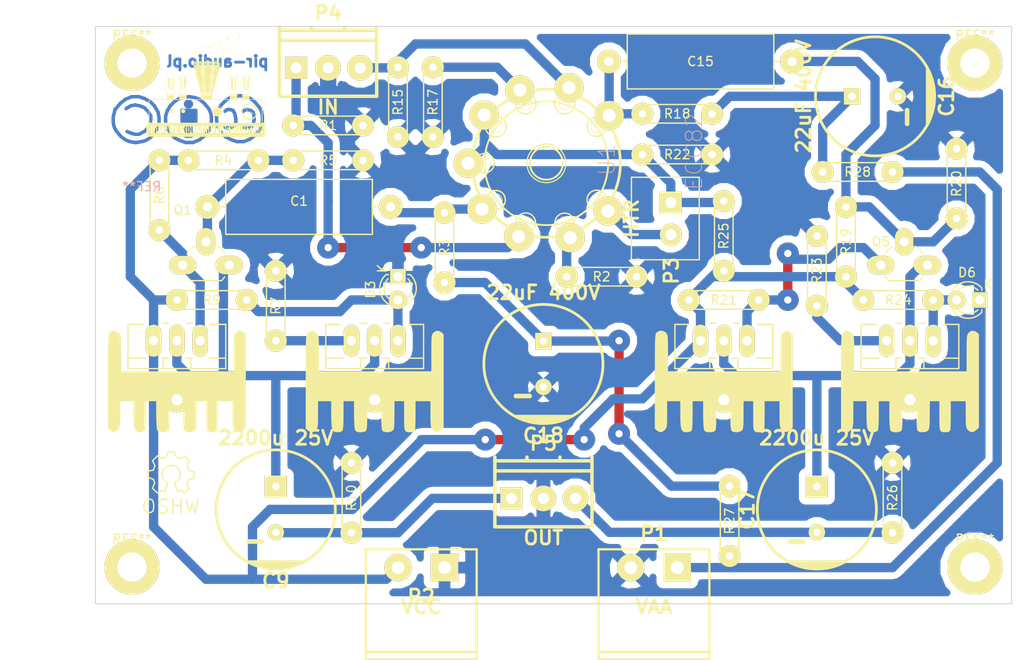
<source format=kicad_pcb>
(kicad_pcb (version 4) (host pcbnew "(2014-08-05 BZR 5054)-product")
  (title_block (title "Simple hybrid headphone amplifier") (date "nie, 21 sie 2016,") (rev 1.0) (company pir-audio.pl) (comment 1 https://creativecommons.org/licenses/by-sa/4.0/) (comment 2 "licensed under CC BY SA 4.0 International") (comment 3 "(C) PIR Engineering Łukasz Juszkiewicz"))
  (layers (0 F.Cu signal) (31 B.Cu signal) (34 B.Paste user) (35 F.Paste user) (36 B.SilkS user) (37 F.SilkS user) (38 B.Mask user) (39 F.Mask user) (44 Edge.Cuts user))
  (net 0 "")
  (net 1 "Net-(C1-Pad1)")
  (net 2 "Net-(C1-Pad2)")
  (net 3 GND)
  (net 4 "Net-(C9-Pad1)")
  (net 5 /OUTL)
  (net 6 VCC)
  (net 7 "Net-(C15-Pad1)")
  (net 8 "Net-(C15-Pad2)")
  (net 9 VAA)
  (net 10 "Net-(C17-Pad1)")
  (net 11 /OUTR)
  (net 12 "Net-(D3-Pad1)")
  (net 13 "Net-(D6-Pad1)")
  (net 14 "Net-(P3-Pad1)")
  (net 15 "Net-(P3-Pad2)")
  (net 16 /INL)
  (net 17 /INR)
  (net 18 "Net-(Q1-Pad1)")
  (net 19 "Net-(Q3-Pad3)")
  (net 20 "Net-(Q5-Pad1)")
  (net 21 "Net-(Q7-Pad3)")
  (net 22 "Net-(R2-Pad1)")
  (net 23 "Net-(R17-Pad1)")
  (net 24 "Net-(C16-Pad1)")
  (net 25 "Net-(C18-Pad1)")
  (module Caps:CP_12.5x25mm (layer F.Cu) (at 59.69 92.71 180)
    (fp_text reference C9 (at 0 -7.8 180) (layer F.SilkS) (effects (font (thickness 0.3048))))
    (fp_text value "2200u 25V" (at 0 7.8 180) (layer F.SilkS) (effects (font (thickness 0.3048))))
    (pad 1 thru_hole rect (at 0 2.5 180) (size 2.4 2.4) (drill 0.8) (layers *.Cu *.Mask F.SilkS) (net 4 "Net-(C9-Pad1)"))
    (pad 2 thru_hole circle (at 0 -2.5 180) (size 1.8 1.8) (drill 0.8) (layers *.Cu *.Mask F.SilkS) (net 5 /OUTL))
  )
  (module Caps:CP_12.5x25mm (layer F.Cu) (at 118.745 92.71 180)
    (fp_text reference C17 (at 7.62 0 270) (layer F.SilkS) (effects (font (thickness 0.3048))))
    (fp_text value "2200u 25V" (at 0 7.8 180) (layer F.SilkS) (effects (font (thickness 0.3048))))
    (pad 1 thru_hole rect (at 0 2.5 180) (size 2.4 2.4) (drill 0.8) (layers *.Cu *.Mask F.SilkS) (net 10 "Net-(C17-Pad1)"))
    (pad 2 thru_hole circle (at 0 -2.5 180) (size 1.8 1.8) (drill 0.8) (layers *.Cu *.Mask F.SilkS) (net 11 /OUTR))
  )
  (module moje:LED-3MM (layer F.Cu) (at 73.025 67.31 270)
    (fp_text reference D3 (at 1.4 3 270) (layer F.SilkS))
    (fp_text value LED)
    (fp_text user K (at -0.9 1.7 270) (layer F.SilkS))
    (pad 2 thru_hole rect (at 0 0) (size 1.69926 1.69926) (drill 1.00076) (layers *.Cu *.Mask F.SilkS) (net 3 GND))
    (pad 1 thru_hole circle (at 2.54 0 270) (size 1.99898 1.99898) (drill 1.00076) (layers *.Cu *.Mask F.SilkS) (net 12 "Net-(D3-Pad1)"))
  )
  (module moje:LED-3MM (layer F.Cu) (at 136.525 69.85 180)
    (fp_text reference D6 (at 1.4 3 180) (layer F.SilkS))
    (fp_text value LED)
    (fp_text user K (at -0.9 1.7 180) (layer F.SilkS))
    (pad 2 thru_hole rect (at 0 0 270) (size 1.69926 1.69926) (drill 1.00076) (layers *.Cu *.Mask F.SilkS) (net 3 GND))
    (pad 1 thru_hole circle (at 2.54 0 180) (size 1.99898 1.99898) (drill 1.00076) (layers *.Cu *.Mask F.SilkS) (net 13 "Net-(D6-Pad1)"))
  )
  (module CONN_SCREW:mstba_2,5%2f2-g-5,08 (layer F.Cu) (at 100.965 99.06 180)
    (fp_text reference P1 (at 0 3.74904 180) (layer F.SilkS) (effects (font (thickness 0.3048))))
    (fp_text value VAA (at 0 -4.24942 180) (layer F.SilkS) (effects (font (thickness 0.3048))))
    (pad 1 thru_hole rect (at -2.54 0 180) (size 2.99974 2.99974) (drill 1.39954) (layers *.Cu *.Mask F.SilkS) (net 9 VAA))
    (pad 2 thru_hole circle (at 2.54 0 180) (size 2.99974 2.99974) (drill 1.39954) (layers *.Cu *.Mask F.SilkS) (net 3 GND))
  )
  (module CONN_SCREW:mstba_2,5%2f2-g-5,08 (layer F.Cu) (at 75.565 99.06 180)
    (fp_text reference P2 (at 0 -3.175 180) (layer F.SilkS) (effects (font (thickness 0.3048))))
    (fp_text value VCC (at 0 -4.24942 180) (layer F.SilkS) (effects (font (thickness 0.3048))))
    (pad 1 thru_hole rect (at -2.54 0 180) (size 2.99974 2.99974) (drill 1.39954) (layers *.Cu *.Mask F.SilkS) (net 3 GND))
    (pad 2 thru_hole circle (at 2.54 0 180) (size 2.99974 2.99974) (drill 1.39954) (layers *.Cu *.Mask F.SilkS) (net 6 VCC))
  )
  (module conn_3.5mm:pt_1,5-3-3,5-h (layer F.Cu) (at 65.405 43.815 180)
    (fp_text reference P4 (at 0 5.3 180) (layer F.SilkS) (effects (font (size 1.5 1.5) (thickness 0.3))))
    (fp_text value IN (at 0 -5 180) (layer F.SilkS) (effects (font (size 1.5 1.5) (thickness 0.3))))
    (pad 2 thru_hole circle (at 0 -0.7 180) (size 2.8 2.8) (drill 1.2) (layers *.Cu *.Mask F.SilkS) (net 3 GND))
    (pad 1 thru_hole rect (at 3.5 -0.7 180) (size 2.4 2.4) (drill 1.2) (layers *.Cu *.Mask F.SilkS) (net 16 /INL))
    (pad 3 thru_hole circle (at -3.5 -0.7 180) (size 2.8 2.8) (drill 1.2) (layers *.Cu *.Mask F.SilkS) (net 17 /INR))
  )
  (module conn_3.5mm:pt_1,5-3-3,5-h (layer F.Cu) (at 88.9 90.805 180)
    (fp_text reference P5 (at 0 5.3 180) (layer F.SilkS) (effects (font (size 1.5 1.5) (thickness 0.3))))
    (fp_text value OUT (at 0 -5 180) (layer F.SilkS) (effects (font (size 1.5 1.5) (thickness 0.3))))
    (pad 2 thru_hole circle (at 0 -0.7 180) (size 2.8 2.8) (drill 1.2) (layers *.Cu *.Mask F.SilkS) (net 3 GND))
    (pad 1 thru_hole rect (at 3.5 -0.7 180) (size 2.4 2.4) (drill 1.2) (layers *.Cu *.Mask F.SilkS) (net 5 /OUTL))
    (pad 3 thru_hole circle (at -3.5 -0.7 180) (size 2.8 2.8) (drill 1.2) (layers *.Cu *.Mask F.SilkS) (net 11 /OUTR))
  )
  (module Housings_TO-92:TO-92_Rugged (layer F.Cu) (at 49.53 66.04)
    (fp_text reference Q1 (at 0 -6) (layer F.SilkS))
    (fp_text value 2SK170)
    (pad 2 thru_hole oval (at 2.54 -2.54 90) (size 2.99974 1.99898) (drill 1) (layers *.Cu *.Mask F.SilkS) (net 1 "Net-(C1-Pad1)"))
    (pad 1 thru_hole oval (at 0 0 90) (size 1.99898 2.99974) (drill 1) (layers *.Cu *.Mask F.SilkS) (net 18 "Net-(Q1-Pad1)"))
    (pad 3 thru_hole oval (at 5.08 0 90) (size 1.99898 2.99974) (drill 1) (layers *.Cu *.Mask F.SilkS) (net 4 "Net-(C9-Pad1)"))
  )
  (module Transistors_TO-220:TO-220_Neutral123_Vertical_LargePads (layer F.Cu) (at 48.895 74.295 180)
    (fp_text reference Q2 (at 0 -5.08 180) (layer F.SilkS))
    (fp_text value 2SA1837)
    (pad 2 thru_hole oval (at 0 0 270) (size 3.50012 1.69926) (drill 1.00076) (layers *.Cu *.Mask F.SilkS) (net 4 "Net-(C9-Pad1)"))
    (pad 1 thru_hole oval (at -2.54 0 270) (size 3.50012 1.69926) (drill 1.00076) (layers *.Cu *.Mask F.SilkS) (net 18 "Net-(Q1-Pad1)"))
    (pad 3 thru_hole oval (at 2.54 0 270) (size 3.50012 1.69926) (drill 1.00076) (layers *.Cu *.Mask F.SilkS) (net 6 VCC))
  )
  (module Transistors_TO-220:TO-220_Neutral123_Vertical_LargePads (layer F.Cu) (at 70.485 74.295 180)
    (fp_text reference Q3 (at 0 -5.08 180) (layer F.SilkS))
    (fp_text value 2SC4793)
    (pad 2 thru_hole oval (at 0 0 270) (size 3.50012 1.69926) (drill 1.00076) (layers *.Cu *.Mask F.SilkS) (net 4 "Net-(C9-Pad1)"))
    (pad 1 thru_hole oval (at -2.54 0 270) (size 3.50012 1.69926) (drill 1.00076) (layers *.Cu *.Mask F.SilkS) (net 12 "Net-(D3-Pad1)"))
    (pad 3 thru_hole oval (at 2.54 0 270) (size 3.50012 1.69926) (drill 1.00076) (layers *.Cu *.Mask F.SilkS) (net 19 "Net-(Q3-Pad3)"))
  )
  (module Housings_TO-92:TO-92_Rugged (layer F.Cu) (at 125.73 66.04)
    (fp_text reference Q5 (at 0 -2.54) (layer F.SilkS))
    (fp_text value 2SK170)
    (pad 2 thru_hole oval (at 2.54 -2.54 90) (size 2.99974 1.99898) (drill 1) (layers *.Cu *.Mask F.SilkS) (net 7 "Net-(C15-Pad1)"))
    (pad 1 thru_hole oval (at 0 0 90) (size 1.99898 2.99974) (drill 1) (layers *.Cu *.Mask F.SilkS) (net 20 "Net-(Q5-Pad1)"))
    (pad 3 thru_hole oval (at 5.08 0 90) (size 1.99898 2.99974) (drill 1) (layers *.Cu *.Mask F.SilkS) (net 10 "Net-(C17-Pad1)"))
  )
  (module Transistors_TO-220:TO-220_Neutral123_Vertical_LargePads (layer F.Cu) (at 108.585 74.295 180)
    (fp_text reference Q6 (at 0 -5.08 180) (layer F.SilkS))
    (fp_text value 2SA1837)
    (pad 2 thru_hole oval (at 0 0 270) (size 3.50012 1.69926) (drill 1.00076) (layers *.Cu *.Mask F.SilkS) (net 10 "Net-(C17-Pad1)"))
    (pad 1 thru_hole oval (at -2.54 0 270) (size 3.50012 1.69926) (drill 1.00076) (layers *.Cu *.Mask F.SilkS) (net 20 "Net-(Q5-Pad1)"))
    (pad 3 thru_hole oval (at 2.54 0 270) (size 3.50012 1.69926) (drill 1.00076) (layers *.Cu *.Mask F.SilkS) (net 6 VCC))
  )
  (module Transistors_TO-220:TO-220_Neutral123_Vertical_LargePads (layer F.Cu) (at 128.905 74.295 180)
    (fp_text reference Q7 (at 0 -5.08 180) (layer F.SilkS))
    (fp_text value 2SC4793)
    (pad 2 thru_hole oval (at 0 0 270) (size 3.50012 1.69926) (drill 1.00076) (layers *.Cu *.Mask F.SilkS) (net 10 "Net-(C17-Pad1)"))
    (pad 1 thru_hole oval (at -2.54 0 270) (size 3.50012 1.69926) (drill 1.00076) (layers *.Cu *.Mask F.SilkS) (net 13 "Net-(D6-Pad1)"))
    (pad 3 thru_hole oval (at 2.54 0 270) (size 3.50012 1.69926) (drill 1.00076) (layers *.Cu *.Mask F.SilkS) (net 21 "Net-(Q7-Pad3)"))
  )
  (module Discret:R3-LARGE_PADS (layer F.Cu) (at 65.405 50.8)
    (fp_text reference R1 (at 0 0) (layer F.SilkS))
    (fp_text value 470k)
    (pad 1 thru_hole circle (at -3.81 0) (size 2.4 2.4) (drill 0.8128) (layers *.Cu *.Mask F.SilkS) (net 16 /INL))
    (pad 2 thru_hole circle (at 3.81 0) (size 2.4 2.4) (drill 0.8128) (layers *.Cu *.Mask F.SilkS) (net 3 GND))
  )
  (module Discret:R3-LARGE_PADS (layer F.Cu) (at 95.25 67.31)
    (fp_text reference R2 (at 0 0) (layer F.SilkS))
    (fp_text value 3k)
    (pad 1 thru_hole circle (at -3.81 0) (size 2.4 2.4) (drill 0.8128) (layers *.Cu *.Mask F.SilkS) (net 22 "Net-(R2-Pad1)"))
    (pad 2 thru_hole circle (at 3.81 0) (size 2.4 2.4) (drill 0.8128) (layers *.Cu *.Mask F.SilkS) (net 3 GND))
  )
  (module Discret:R3-LARGE_PADS (layer F.Cu) (at 78.105 64.135 90)
    (fp_text reference R3 (at 0 0 90) (layer F.SilkS))
    (fp_text value 47k)
    (pad 1 thru_hole circle (at -3.81 0 90) (size 2.4 2.4) (drill 0.8128) (layers *.Cu *.Mask F.SilkS) (net 25 "Net-(C18-Pad1)"))
    (pad 2 thru_hole circle (at 3.81 0 90) (size 2.4 2.4) (drill 0.8128) (layers *.Cu *.Mask F.SilkS) (net 2 "Net-(C1-Pad2)"))
  )
  (module Discret:R3-LARGE_PADS (layer F.Cu) (at 53.975 54.61)
    (fp_text reference R4 (at 0 0) (layer F.SilkS))
    (fp_text value 1M)
    (pad 1 thru_hole circle (at -3.81 0) (size 2.4 2.4) (drill 0.8128) (layers *.Cu *.Mask F.SilkS) (net 6 VCC))
    (pad 2 thru_hole circle (at 3.81 0) (size 2.4 2.4) (drill 0.8128) (layers *.Cu *.Mask F.SilkS) (net 1 "Net-(C1-Pad1)"))
  )
  (module Discret:R3-LARGE_PADS (layer F.Cu) (at 65.405 54.61)
    (fp_text reference R5 (at 0 0) (layer F.SilkS))
    (fp_text value 1M)
    (pad 1 thru_hole circle (at -3.81 0) (size 2.4 2.4) (drill 0.8128) (layers *.Cu *.Mask F.SilkS) (net 1 "Net-(C1-Pad1)"))
    (pad 2 thru_hole circle (at 3.81 0) (size 2.4 2.4) (drill 0.8128) (layers *.Cu *.Mask F.SilkS) (net 3 GND))
  )
  (module Discret:R3-LARGE_PADS (layer F.Cu) (at 46.99 58.42 270)
    (fp_text reference R6 (at 0 0 270) (layer F.SilkS))
    (fp_text value 130R)
    (pad 1 thru_hole circle (at -3.81 0 270) (size 2.4 2.4) (drill 0.8128) (layers *.Cu *.Mask F.SilkS) (net 6 VCC))
    (pad 2 thru_hole circle (at 3.81 0 270) (size 2.4 2.4) (drill 0.8128) (layers *.Cu *.Mask F.SilkS) (net 18 "Net-(Q1-Pad1)"))
  )
  (module Discret:R3-LARGE_PADS (layer F.Cu) (at 59.69 70.485 90)
    (fp_text reference R7 (at 0 0 90) (layer F.SilkS))
    (fp_text value 10R)
    (pad 1 thru_hole circle (at -3.81 0 90) (size 2.4 2.4) (drill 0.8128) (layers *.Cu *.Mask F.SilkS) (net 19 "Net-(Q3-Pad3)"))
    (pad 2 thru_hole circle (at 3.81 0 90) (size 2.4 2.4) (drill 0.8128) (layers *.Cu *.Mask F.SilkS) (net 3 GND))
  )
  (module Discret:R3-LARGE_PADS (layer F.Cu) (at 52.705 69.85)
    (fp_text reference R9 (at 0 0) (layer F.SilkS))
    (fp_text value 3k)
    (pad 1 thru_hole circle (at -3.81 0) (size 2.4 2.4) (drill 0.8128) (layers *.Cu *.Mask F.SilkS) (net 6 VCC))
    (pad 2 thru_hole circle (at 3.81 0) (size 2.4 2.4) (drill 0.8128) (layers *.Cu *.Mask F.SilkS) (net 12 "Net-(D3-Pad1)"))
  )
  (module Discret:R3-LARGE_PADS (layer F.Cu) (at 67.945 91.44 90)
    (fp_text reference R10 (at 0 0 90) (layer F.SilkS))
    (fp_text value 1k)
    (pad 1 thru_hole circle (at -3.81 0 90) (size 2.4 2.4) (drill 0.8128) (layers *.Cu *.Mask F.SilkS) (net 5 /OUTL))
    (pad 2 thru_hole circle (at 3.81 0 90) (size 2.4 2.4) (drill 0.8128) (layers *.Cu *.Mask F.SilkS) (net 3 GND))
  )
  (module Discret:R3-LARGE_PADS (layer F.Cu) (at 73.025 48.26 270)
    (fp_text reference R15 (at 0 0 270) (layer F.SilkS))
    (fp_text value 470k)
    (pad 1 thru_hole circle (at -3.81 0 270) (size 2.4 2.4) (drill 0.8128) (layers *.Cu *.Mask F.SilkS) (net 17 /INR))
    (pad 2 thru_hole circle (at 3.81 0 270) (size 2.4 2.4) (drill 0.8128) (layers *.Cu *.Mask F.SilkS) (net 3 GND))
  )
  (module Discret:R3-LARGE_PADS (layer F.Cu) (at 76.835 48.26 270)
    (fp_text reference R17 (at 0 0 270) (layer F.SilkS))
    (fp_text value 3k)
    (pad 1 thru_hole circle (at -3.81 0 270) (size 2.4 2.4) (drill 0.8128) (layers *.Cu *.Mask F.SilkS) (net 23 "Net-(R17-Pad1)"))
    (pad 2 thru_hole circle (at 3.81 0 270) (size 2.4 2.4) (drill 0.8128) (layers *.Cu *.Mask F.SilkS) (net 3 GND))
  )
  (module Discret:R3-LARGE_PADS (layer F.Cu) (at 103.505 49.53 180)
    (fp_text reference R18 (at 0 0 180) (layer F.SilkS))
    (fp_text value 47k)
    (pad 1 thru_hole circle (at -3.81 0 180) (size 2.4 2.4) (drill 0.8128) (layers *.Cu *.Mask F.SilkS) (net 24 "Net-(C16-Pad1)"))
    (pad 2 thru_hole circle (at 3.81 0 180) (size 2.4 2.4) (drill 0.8128) (layers *.Cu *.Mask F.SilkS) (net 8 "Net-(C15-Pad2)"))
  )
  (module Discret:R3-LARGE_PADS (layer F.Cu) (at 121.92 63.5 90)
    (fp_text reference R19 (at 0 0 90) (layer F.SilkS))
    (fp_text value 1M)
    (pad 1 thru_hole circle (at -3.81 0 90) (size 2.4 2.4) (drill 0.8128) (layers *.Cu *.Mask F.SilkS) (net 6 VCC))
    (pad 2 thru_hole circle (at 3.81 0 90) (size 2.4 2.4) (drill 0.8128) (layers *.Cu *.Mask F.SilkS) (net 7 "Net-(C15-Pad1)"))
  )
  (module Discret:R3-LARGE_PADS (layer F.Cu) (at 133.985 57.15 90)
    (fp_text reference R20 (at 0 0 90) (layer F.SilkS))
    (fp_text value 1M)
    (pad 1 thru_hole circle (at -3.81 0 90) (size 2.4 2.4) (drill 0.8128) (layers *.Cu *.Mask F.SilkS) (net 7 "Net-(C15-Pad1)"))
    (pad 2 thru_hole circle (at 3.81 0 90) (size 2.4 2.4) (drill 0.8128) (layers *.Cu *.Mask F.SilkS) (net 3 GND))
  )
  (module Discret:R3-LARGE_PADS (layer F.Cu) (at 108.585 69.85)
    (fp_text reference R21 (at 0 0) (layer F.SilkS))
    (fp_text value 130R)
    (pad 1 thru_hole circle (at -3.81 0) (size 2.4 2.4) (drill 0.8128) (layers *.Cu *.Mask F.SilkS) (net 6 VCC))
    (pad 2 thru_hole circle (at 3.81 0) (size 2.4 2.4) (drill 0.8128) (layers *.Cu *.Mask F.SilkS) (net 20 "Net-(Q5-Pad1)"))
  )
  (module Discret:R3-LARGE_PADS (layer F.Cu) (at 103.505 53.975 180)
    (fp_text reference R22 (at 0 0 180) (layer F.SilkS))
    (fp_text value 10k)
    (pad 1 thru_hole circle (at -3.81 0 180) (size 2.4 2.4) (drill 0.8128) (layers *.Cu *.Mask F.SilkS) (net 3 GND))
    (pad 2 thru_hole circle (at 3.81 0 180) (size 2.4 2.4) (drill 0.8128) (layers *.Cu *.Mask F.SilkS) (net 14 "Net-(P3-Pad1)"))
  )
  (module Discret:R3-LARGE_PADS (layer F.Cu) (at 118.745 66.675 90)
    (fp_text reference R23 (at 0 0 90) (layer F.SilkS))
    (fp_text value 10R)
    (pad 1 thru_hole circle (at -3.81 0 90) (size 2.4 2.4) (drill 0.8128) (layers *.Cu *.Mask F.SilkS) (net 21 "Net-(Q7-Pad3)"))
    (pad 2 thru_hole circle (at 3.81 0 90) (size 2.4 2.4) (drill 0.8128) (layers *.Cu *.Mask F.SilkS) (net 3 GND))
  )
  (module Discret:R3-LARGE_PADS (layer F.Cu) (at 127.635 69.85)
    (fp_text reference R24 (at 0 0) (layer F.SilkS))
    (fp_text value 3k)
    (pad 1 thru_hole circle (at -3.81 0) (size 2.4 2.4) (drill 0.8128) (layers *.Cu *.Mask F.SilkS) (net 6 VCC))
    (pad 2 thru_hole circle (at 3.81 0) (size 2.4 2.4) (drill 0.8128) (layers *.Cu *.Mask F.SilkS) (net 13 "Net-(D6-Pad1)"))
  )
  (module Discret:R3-LARGE_PADS (layer F.Cu) (at 108.585 62.865 270)
    (fp_text reference R25 (at 0 0 270) (layer F.SilkS))
    (fp_text value 10k)
    (pad 1 thru_hole circle (at -3.81 0 270) (size 2.4 2.4) (drill 0.8128) (layers *.Cu *.Mask F.SilkS) (net 14 "Net-(P3-Pad1)"))
    (pad 2 thru_hole circle (at 3.81 0 270) (size 2.4 2.4) (drill 0.8128) (layers *.Cu *.Mask F.SilkS) (net 6 VCC))
  )
  (module Discret:R3-LARGE_PADS (layer F.Cu) (at 127 91.44 90)
    (fp_text reference R26 (at 0 0 90) (layer F.SilkS))
    (fp_text value 1k)
    (pad 1 thru_hole circle (at -3.81 0 90) (size 2.4 2.4) (drill 0.8128) (layers *.Cu *.Mask F.SilkS) (net 11 /OUTR))
    (pad 2 thru_hole circle (at 3.81 0 90) (size 2.4 2.4) (drill 0.8128) (layers *.Cu *.Mask F.SilkS) (net 3 GND))
  )
  (module moje:NOVAL (layer F.Cu) (at 89.2175 54.9275 90)
    (fp_text reference U1 (at 0.375 6.595 90) (layer B.SilkS) (effects (font (size 1.778 1.778) (thickness 0.0889))))
    (fp_text value ECC82 (at 1.27 16.129 90) (layer B.SilkS) (effects (font (size 1.778 1.778) (thickness 0.0889))))
    (pad 1 thru_hole circle (at 5.207 6.858 90) (size 3.2 3.2) (drill 1.4224) (layers *.Cu F.Paste F.SilkS F.Mask) (net 8 "Net-(C15-Pad2)"))
    (pad 2 thru_hole circle (at 8.25246 2.48158 90) (size 3.2 3.2) (drill 1.4224) (layers *.Cu F.Paste F.SilkS F.Mask) (net 17 /INR))
    (pad 3 thru_hole circle (at 8.00354 -2.89052 90) (size 3.2 3.2) (drill 1.4224) (layers *.Cu F.Paste F.SilkS F.Mask) (net 23 "Net-(R17-Pad1)"))
    (pad 4 thru_hole circle (at 5.2578 -6.7691 90) (size 3.2 3.2) (drill 1.4224) (layers *.Cu F.Paste F.SilkS F.Mask) (net 14 "Net-(P3-Pad1)"))
    (pad 5 thru_hole circle (at 0 -8.5217 90) (size 3.2 3.2) (drill 1.4224) (layers *.Cu F.Paste F.SilkS F.Mask) (net 14 "Net-(P3-Pad1)"))
    (pad 6 thru_hole circle (at -5.0038 -7.0231 90) (size 3.2 3.2) (drill 1.4224) (layers *.Cu F.Paste F.SilkS F.Mask) (net 2 "Net-(C1-Pad2)"))
    (pad 7 thru_hole circle (at -8.00354 -3.01752 90) (size 3.2 3.2) (drill 1.4224) (layers *.Cu F.Paste F.SilkS F.Mask) (net 16 /INL))
    (pad 8 thru_hole circle (at -8.12546 2.60858 90) (size 3.2 3.2) (drill 1.4224) (layers *.Cu F.Paste F.SilkS F.Mask) (net 22 "Net-(R2-Pad1)"))
    (pad 9 thru_hole circle (at -5.207 6.731 90) (size 3.2 3.2) (drill 1.4224) (layers *.Cu F.Paste F.SilkS F.Mask) (net 15 "Net-(P3-Pad2)"))
  )
  (module Choke_Axial_ThroughHole:Choke_Horizontal_RM20mm (layer F.Cu) (at 62.23 59.69)
    (fp_text reference C1 (at 0 -0.635) (layer F.SilkS))
    (fp_text value 100n)
    (pad 1 thru_hole circle (at -9.99998 0) (size 2.6 2.6) (drill 1.00076) (layers *.Cu *.Mask F.SilkS) (net 1 "Net-(C1-Pad1)"))
    (pad 2 thru_hole circle (at 9.99998 0) (size 2.6 2.6) (drill 1.00076) (layers *.Cu *.Mask F.SilkS) (net 2 "Net-(C1-Pad2)"))
  )
  (module Choke_Axial_ThroughHole:Choke_Horizontal_RM20mm (layer F.Cu) (at 106.045 43.815 180)
    (fp_text reference C15 (at 0 0 180) (layer F.SilkS))
    (fp_text value 100n)
    (pad 1 thru_hole circle (at -9.99998 0 180) (size 2.6 2.6) (drill 1.00076) (layers *.Cu *.Mask F.SilkS) (net 7 "Net-(C15-Pad1)"))
    (pad 2 thru_hole circle (at 9.99998 0 180) (size 2.6 2.6) (drill 1.00076) (layers *.Cu *.Mask F.SilkS) (net 8 "Net-(C15-Pad2)"))
  )
  (module Discret:R3-LARGE_PADS (layer F.Cu) (at 109.22 93.98 90)
    (fp_text reference R27 (at 0 0 90) (layer F.SilkS))
    (fp_text value 3k)
    (pad 1 thru_hole circle (at -3.81 0 90) (size 2.4 2.4) (drill 0.8128) (layers *.Cu *.Mask F.SilkS) (net 9 VAA))
    (pad 2 thru_hole circle (at 3.81 0 90) (size 2.4 2.4) (drill 0.8128) (layers *.Cu *.Mask F.SilkS) (net 25 "Net-(C18-Pad1)"))
  )
  (module Discret:R3-LARGE_PADS (layer F.Cu) (at 123.19 55.88 180)
    (fp_text reference R28 (at 0 0 180) (layer F.SilkS))
    (fp_text value 3k)
    (pad 1 thru_hole circle (at -3.81 0 180) (size 2.4 2.4) (drill 0.8128) (layers *.Cu *.Mask F.SilkS) (net 9 VAA))
    (pad 2 thru_hole circle (at 3.81 0 180) (size 2.4 2.4) (drill 0.8128) (layers *.Cu *.Mask F.SilkS) (net 24 "Net-(C16-Pad1)"))
  )
  (module moje:pt_1,5-2-3,5-v (layer F.Cu) (at 103.505 60.96 90)
    (fp_text reference P3 (at -5.715 -0.635 90) (layer F.SilkS) (effects (font (size 1.5 1.5) (thickness 0.3))))
    (fp_text value HTR (at 0 -5 90) (layer F.SilkS) (effects (font (size 1.5 1.5) (thickness 0.3))))
    (pad 2 thru_hole circle (at -1.75 -0.7 90) (size 2.4 2.4) (drill 1.2) (layers *.Cu *.Mask F.SilkS) (net 15 "Net-(P3-Pad2)"))
    (pad 1 thru_hole rect (at 1.75 -0.7 90) (size 2.4 2.4) (drill 1.2) (layers *.Cu *.Mask F.SilkS) (net 14 "Net-(P3-Pad1)"))
  )
  (module Caps:CP_12.5x20mm (layer F.Cu) (at 125.095 47.625 270)
    (fp_text reference C16 (at 0 -7.8 270) (layer F.SilkS) (effects (font (thickness 0.3048))))
    (fp_text value "22uF 400V" (at 0 7.8 270) (layer F.SilkS) (effects (font (thickness 0.3048))))
    (pad 1 thru_hole rect (at 0 2.5 270) (size 1.8 1.8) (drill 0.8) (layers *.Cu *.Mask F.SilkS) (net 24 "Net-(C16-Pad1)"))
    (pad 2 thru_hole circle (at 0 -2.5 270) (size 1.8 1.8) (drill 0.8) (layers *.Cu *.Mask F.SilkS) (net 3 GND))
  )
  (module Caps:CP_12.5x20mm (layer F.Cu) (at 88.9 76.835 180)
    (fp_text reference C18 (at 0 -7.8 180) (layer F.SilkS) (effects (font (thickness 0.3048))))
    (fp_text value "22uF 400V" (at 0 7.8 180) (layer F.SilkS) (effects (font (thickness 0.3048))))
    (pad 1 thru_hole rect (at 0 2.5 180) (size 1.8 1.8) (drill 0.8) (layers *.Cu *.Mask F.SilkS) (net 25 "Net-(C18-Pad1)"))
    (pad 2 thru_hole circle (at 0 -2.5 180) (size 1.8 1.8) (drill 0.8) (layers *.Cu *.Mask F.SilkS) (net 3 GND))
  )
  (module moje:dycn (layer F.Cu) (at 108.585 78.74 180)
    (fp_text reference HS1 hide)
    (fp_text value DY-CN hide)
    (pad 1 thru_hole circle (at 0 -2 180) (size 2.8 2.8) (drill 1.2) (layers *.Cu *.Mask F.SilkS))
  )
  (module moje:dycn (layer F.Cu) (at 128.905 78.74 180)
    (fp_text reference HS2 hide)
    (fp_text value DY-CN hide)
    (pad 1 thru_hole circle (at 0 -2 180) (size 2.8 2.8) (drill 1.2) (layers *.Cu *.Mask F.SilkS))
  )
  (module moje:dycn (layer F.Cu) (at 48.895 78.74 180)
    (fp_text reference HS5 hide)
    (fp_text value DY-CN hide)
    (pad 1 thru_hole circle (at 0 -2 180) (size 2.8 2.8) (drill 1.2) (layers *.Cu *.Mask F.SilkS))
  )
  (module moje:dycn (layer F.Cu) (at 70.485 78.74 180)
    (fp_text reference HS6 hide)
    (fp_text value DY-CN hide)
    (pad 1 thru_hole circle (at 0 -2 180) (size 2.8 2.8) (drill 1.2) (layers *.Cu *.Mask F.SilkS))
  )
  (module Connect:1pin (layer F.Cu) (at 44 44)
    (fp_text reference REF** (at 0 -3.048) (layer F.SilkS))
    (fp_text value 1pin)
    (pad 1 thru_hole circle (at 0 0) (size 6 6) (drill 3.2) (layers *.Cu *.Mask F.SilkS))
  )
  (module Connect:1pin (layer F.Cu) (at 136 44)
    (fp_text reference REF** (at 0 -3.048) (layer F.SilkS))
    (fp_text value 1pin)
    (pad 1 thru_hole circle (at 0 0) (size 6 6) (drill 3.2) (layers *.Cu *.Mask F.SilkS))
  )
  (module Connect:1pin (layer F.Cu) (at 136 99)
    (fp_text reference REF** (at 0 -3.048) (layer F.SilkS))
    (fp_text value 1pin)
    (pad 1 thru_hole circle (at 0 0) (size 6 6) (drill 3.2) (layers *.Cu *.Mask F.SilkS))
  )
  (module Connect:1pin (layer F.Cu) (at 44 99)
    (fp_text reference REF** (at 0 -3.048) (layer F.SilkS))
    (fp_text value 1pin)
    (pad 1 thru_hole circle (at 0 0) (size 6 6) (drill 3.2) (layers *.Cu *.Mask F.SilkS))
  )
  (module Symbols:Symbol_CC-Attribution_CopperTop_Small (layer B.Cu) (at 50.165 50.165 180)
    (fp_text reference REF** hide)
    (fp_text value Symbol_CC-Attribution_CopperTop_Small)
    (fp_line (start 0 1.89992) (end 0 1.50114) (layer B.Cu) (width 0.381))
    (fp_line (start -0.70104 0.70104) (end 0.59944 0.70104) (layer B.Cu) (width 0.381))
    (fp_line (start 0.50038 0.39878) (end -0.70104 0.39878) (layer B.Cu) (width 0.381))
    (fp_line (start -0.8001 0.09906) (end 0.50038 0.09906) (layer B.Cu) (width 0.381))
    (fp_line (start 0 -0.29972) (end 0 -1.6002) (layer B.Cu) (width 0.381))
    (fp_line (start 0.09906 -1.80086) (end 0.29972 -1.80086) (layer B.Cu) (width 0.381))
    (fp_line (start 0.29972 -1.80086) (end 0.29972 -0.20066) (layer B.Cu) (width 0.381))
    (fp_line (start -0.29972 -0.29972) (end -0.29972 -1.80086) (layer B.Cu) (width 0.381))
    (fp_line (start -0.29972 -1.80086) (end 0.20066 -1.80086) (layer B.Cu) (width 0.381))
    (fp_line (start -0.8001 1.00076) (end 0.70104 1.00076) (layer B.Cu) (width 0.381))
    (fp_line (start 0.70104 1.00076) (end 0.70104 -0.20066) (layer B.Cu) (width 0.381))
    (fp_line (start 0.70104 -0.20066) (end -0.8001 -0.20066) (layer B.Cu) (width 0.381))
    (fp_line (start -0.8001 -0.20066) (end -0.8001 1.00076) (layer B.Cu) (width 0.381))
    (fp_circle (center 0 1.69926) (end 0.09906 1.39954) (layer B.Cu) (width 0.381))
    (fp_line (start 0 2.49936) (end -0.09906 2.49936) (layer B.Cu) (width 0.381))
    (fp_line (start -0.09906 2.49936) (end -0.70104 2.4003) (layer B.Cu) (width 0.381))
    (fp_line (start -0.70104 2.4003) (end -1.19888 2.19964) (layer B.Cu) (width 0.381))
    (fp_line (start -1.19888 2.19964) (end -1.69926 1.80086) (layer B.Cu) (width 0.381))
    (fp_line (start -1.69926 1.80086) (end -2.19964 1.19888) (layer B.Cu) (width 0.381))
    (fp_line (start -2.19964 1.19888) (end -2.4003 0.8001) (layer B.Cu) (width 0.381))
    (fp_line (start -2.4003 0.8001) (end -2.49936 0.29972) (layer B.Cu) (width 0.381))
    (fp_line (start -2.49936 0.29972) (end -2.49936 -0.29972) (layer B.Cu) (width 0.381))
    (fp_line (start -2.49936 -0.29972) (end -2.30124 -1.09982) (layer B.Cu) (width 0.381))
    (fp_line (start -2.30124 -1.09982) (end -1.69926 -1.80086) (layer B.Cu) (width 0.381))
    (fp_line (start -1.69926 -1.80086) (end -1.19888 -2.19964) (layer B.Cu) (width 0.381))
    (fp_line (start -1.19888 -2.19964) (end -0.50038 -2.49936) (layer B.Cu) (width 0.381))
    (fp_line (start -0.50038 -2.49936) (end 0.29972 -2.49936) (layer B.Cu) (width 0.381))
    (fp_line (start 0.29972 -2.49936) (end 0.89916 -2.30124) (layer B.Cu) (width 0.381))
    (fp_line (start 0.89916 -2.30124) (end 1.50114 -1.99898) (layer B.Cu) (width 0.381))
    (fp_line (start 1.50114 -1.99898) (end 1.99898 -1.50114) (layer B.Cu) (width 0.381))
    (fp_line (start 1.99898 -1.50114) (end 2.4003 -0.8001) (layer B.Cu) (width 0.381))
    (fp_line (start 2.4003 -0.8001) (end 2.49936 -0.20066) (layer B.Cu) (width 0.381))
    (fp_line (start 2.49936 -0.20066) (end 2.49936 0.39878) (layer B.Cu) (width 0.381))
    (fp_line (start 2.49936 0.39878) (end 2.30124 1.00076) (layer B.Cu) (width 0.381))
    (fp_line (start 2.30124 1.00076) (end 1.99898 1.50114) (layer B.Cu) (width 0.381))
    (fp_line (start 1.99898 1.50114) (end 1.50114 1.99898) (layer B.Cu) (width 0.381))
    (fp_line (start 1.50114 1.99898) (end 1.00076 2.30124) (layer B.Cu) (width 0.381))
    (fp_line (start 1.00076 2.30124) (end 0.59944 2.4003) (layer B.Cu) (width 0.381))
    (fp_line (start 0.59944 2.4003) (end 0 2.49936) (layer B.Cu) (width 0.381))
  )
  (module Symbols:Symbol_CreativeCommons_CopperTop_Type2_Small (layer B.Cu) (at 55.88 50.165 180)
    (fp_text reference REF** hide)
    (fp_text value Symbol_CreativeCommons_CopperTop_Type2_Small)
    (fp_line (start 1.7502 0.9001) (end 1.65114 0.99916) (layer B.Cu) (width 0.381))
    (fp_line (start 1.65114 0.99916) (end 1.45048 1.10076) (layer B.Cu) (width 0.381))
    (fp_line (start 1.45048 1.10076) (end 1.15076 1.10076) (layer B.Cu) (width 0.381))
    (fp_line (start 1.15076 1.10076) (end 0.85104 0.99916) (layer B.Cu) (width 0.381))
    (fp_line (start 0.85104 0.99916) (end 0.65038 0.60038) (layer B.Cu) (width 0.381))
    (fp_line (start 0.65038 0.60038) (end 0.54878 0.1) (layer B.Cu) (width 0.381))
    (fp_line (start 0.54878 0.1) (end 0.54878 -0.29878) (layer B.Cu) (width 0.381))
    (fp_line (start 0.54878 -0.29878) (end 0.74944 -0.7001) (layer B.Cu) (width 0.381))
    (fp_line (start 0.74944 -0.7001) (end 1.15076 -0.90076) (layer B.Cu) (width 0.381))
    (fp_line (start 1.15076 -0.90076) (end 1.34888 -0.90076) (layer B.Cu) (width 0.381))
    (fp_line (start 1.34888 -0.90076) (end 1.65114 -0.90076) (layer B.Cu) (width 0.381))
    (fp_line (start 1.65114 -0.90076) (end 1.7502 -0.7001) (layer B.Cu) (width 0.381))
    (fp_line (start -0.24878 0.9001) (end -0.35038 0.99916) (layer B.Cu) (width 0.381))
    (fp_line (start -0.35038 0.99916) (end -0.6501 1.10076) (layer B.Cu) (width 0.381))
    (fp_line (start -0.6501 1.10076) (end -1.04888 0.99916) (layer B.Cu) (width 0.381))
    (fp_line (start -1.04888 0.99916) (end -1.35114 0.80104) (layer B.Cu) (width 0.381))
    (fp_line (start -1.35114 0.80104) (end -1.4502 0.39972) (layer B.Cu) (width 0.381))
    (fp_line (start -1.4502 0.39972) (end -1.4502 0.00094) (layer B.Cu) (width 0.381))
    (fp_line (start -1.4502 0.00094) (end -1.35114 -0.49944) (layer B.Cu) (width 0.381))
    (fp_line (start -1.35114 -0.49944) (end -1.15048 -0.79916) (layer B.Cu) (width 0.381))
    (fp_line (start -1.15048 -0.79916) (end -0.85076 -0.90076) (layer B.Cu) (width 0.381))
    (fp_line (start -0.85076 -0.90076) (end -0.44944 -0.90076) (layer B.Cu) (width 0.381))
    (fp_line (start -0.44944 -0.90076) (end -0.24878 -0.7001) (layer B.Cu) (width 0.381))
    (fp_line (start 0.15 2.59936) (end 0.05094 2.59936) (layer B.Cu) (width 0.381))
    (fp_line (start 0.05094 2.59936) (end -0.55104 2.5003) (layer B.Cu) (width 0.381))
    (fp_line (start -0.55104 2.5003) (end -1.04888 2.29964) (layer B.Cu) (width 0.381))
    (fp_line (start -1.04888 2.29964) (end -1.54926 1.90086) (layer B.Cu) (width 0.381))
    (fp_line (start -1.54926 1.90086) (end -2.04964 1.29888) (layer B.Cu) (width 0.381))
    (fp_line (start -2.04964 1.29888) (end -2.2503 0.9001) (layer B.Cu) (width 0.381))
    (fp_line (start -2.2503 0.9001) (end -2.34936 0.39972) (layer B.Cu) (width 0.381))
    (fp_line (start -2.34936 0.39972) (end -2.34936 -0.19972) (layer B.Cu) (width 0.381))
    (fp_line (start -2.34936 -0.19972) (end -2.15124 -0.99982) (layer B.Cu) (width 0.381))
    (fp_line (start -2.15124 -0.99982) (end -1.54926 -1.70086) (layer B.Cu) (width 0.381))
    (fp_line (start -1.54926 -1.70086) (end -1.04888 -2.09964) (layer B.Cu) (width 0.381))
    (fp_line (start -1.04888 -2.09964) (end -0.35038 -2.39936) (layer B.Cu) (width 0.381))
    (fp_line (start -0.35038 -2.39936) (end 0.44972 -2.39936) (layer B.Cu) (width 0.381))
    (fp_line (start 0.44972 -2.39936) (end 1.04916 -2.20124) (layer B.Cu) (width 0.381))
    (fp_line (start 1.04916 -2.20124) (end 1.65114 -1.89898) (layer B.Cu) (width 0.381))
    (fp_line (start 1.65114 -1.89898) (end 2.14898 -1.40114) (layer B.Cu) (width 0.381))
    (fp_line (start 2.14898 -1.40114) (end 2.5503 -0.7001) (layer B.Cu) (width 0.381))
    (fp_line (start 2.5503 -0.7001) (end 2.64936 -0.10066) (layer B.Cu) (width 0.381))
    (fp_line (start 2.64936 -0.10066) (end 2.64936 0.49878) (layer B.Cu) (width 0.381))
    (fp_line (start 2.64936 0.49878) (end 2.45124 1.10076) (layer B.Cu) (width 0.381))
    (fp_line (start 2.45124 1.10076) (end 2.14898 1.60114) (layer B.Cu) (width 0.381))
    (fp_line (start 2.14898 1.60114) (end 1.65114 2.09898) (layer B.Cu) (width 0.381))
    (fp_line (start 1.65114 2.09898) (end 1.15076 2.40124) (layer B.Cu) (width 0.381))
    (fp_line (start 1.15076 2.40124) (end 0.74944 2.5003) (layer B.Cu) (width 0.381))
    (fp_line (start 0.74944 2.5003) (end 0.15 2.59936) (layer B.Cu) (width 0.381))
  )
  (module moje:PIRnew (layer F.Cu) (at 52.07 46.355)
    (fp_text reference G*** hide)
    (fp_text value LOGO hide)
  )
  (module Symbols:Symbol_OSHW-Logo_SilkScreen (layer F.Cu) (at 48.26 88.9)
    (fp_text reference REF** hide)
    (fp_text value Symbol_OSHW-Logo_SilkScreen)
  )
  (module Symbols:Symbol_CC-ShareAlike_CopperTop_Small (layer B.Cu) (at 44.45 50.165)
    (fp_text reference REF** (at 0.59944 7.29996) (layer B.SilkS) (effects (justify mirror)))
    (fp_text value Symbol_CC-ShareAlike_CopperTop_Small)
    (fp_line (start -1.09982 -1.19888) (end -0.59944 -1.50114) (layer B.Cu) (width 0.381))
    (fp_line (start -0.59944 -1.50114) (end -0.09906 -1.6002) (layer B.Cu) (width 0.381))
    (fp_line (start -0.09906 -1.6002) (end 0.39878 -1.50114) (layer B.Cu) (width 0.381))
    (fp_line (start 0.39878 -1.50114) (end 0.89916 -1.30048) (layer B.Cu) (width 0.381))
    (fp_line (start 0.89916 -1.30048) (end 1.30048 -0.89916) (layer B.Cu) (width 0.381))
    (fp_line (start 1.30048 -0.89916) (end 1.6002 -0.39878) (layer B.Cu) (width 0.381))
    (fp_line (start 1.6002 -0.39878) (end 1.6002 0) (layer B.Cu) (width 0.381))
    (fp_line (start 1.6002 0) (end 1.50114 0.50038) (layer B.Cu) (width 0.381))
    (fp_line (start 1.50114 0.50038) (end 1.19888 1.00076) (layer B.Cu) (width 0.381))
    (fp_line (start 1.19888 1.00076) (end 0.89916 1.30048) (layer B.Cu) (width 0.381))
    (fp_line (start 0.89916 1.30048) (end 0.29972 1.6002) (layer B.Cu) (width 0.381))
    (fp_line (start 0.29972 1.6002) (end -0.09906 1.6002) (layer B.Cu) (width 0.381))
    (fp_line (start -0.09906 1.6002) (end -0.50038 1.50114) (layer B.Cu) (width 0.381))
    (fp_line (start -0.50038 1.50114) (end -1.00076 1.30048) (layer B.Cu) (width 0.381))
    (fp_line (start 0 2.49936) (end -0.09906 2.49936) (layer B.Cu) (width 0.381))
    (fp_line (start -0.09906 2.49936) (end -0.70104 2.4003) (layer B.Cu) (width 0.381))
    (fp_line (start -0.70104 2.4003) (end -1.19888 2.19964) (layer B.Cu) (width 0.381))
    (fp_line (start -1.19888 2.19964) (end -1.69926 1.80086) (layer B.Cu) (width 0.381))
    (fp_line (start -1.69926 1.80086) (end -2.19964 1.19888) (layer B.Cu) (width 0.381))
    (fp_line (start -2.19964 1.19888) (end -2.4003 0.8001) (layer B.Cu) (width 0.381))
    (fp_line (start -2.4003 0.8001) (end -2.49936 0.29972) (layer B.Cu) (width 0.381))
    (fp_line (start -2.49936 0.29972) (end -2.49936 -0.29972) (layer B.Cu) (width 0.381))
    (fp_line (start -2.49936 -0.29972) (end -2.30124 -1.09982) (layer B.Cu) (width 0.381))
    (fp_line (start -2.30124 -1.09982) (end -1.69926 -1.80086) (layer B.Cu) (width 0.381))
    (fp_line (start -1.69926 -1.80086) (end -1.19888 -2.19964) (layer B.Cu) (width 0.381))
    (fp_line (start -1.19888 -2.19964) (end -0.50038 -2.49936) (layer B.Cu) (width 0.381))
    (fp_line (start -0.50038 -2.49936) (end 0.29972 -2.49936) (layer B.Cu) (width 0.381))
    (fp_line (start 0.29972 -2.49936) (end 0.89916 -2.30124) (layer B.Cu) (width 0.381))
    (fp_line (start 0.89916 -2.30124) (end 1.50114 -1.99898) (layer B.Cu) (width 0.381))
    (fp_line (start 1.50114 -1.99898) (end 1.99898 -1.50114) (layer B.Cu) (width 0.381))
    (fp_line (start 1.99898 -1.50114) (end 2.4003 -0.8001) (layer B.Cu) (width 0.381))
    (fp_line (start 2.4003 -0.8001) (end 2.49936 -0.20066) (layer B.Cu) (width 0.381))
    (fp_line (start 2.49936 -0.20066) (end 2.49936 0.39878) (layer B.Cu) (width 0.381))
    (fp_line (start 2.49936 0.39878) (end 2.30124 1.00076) (layer B.Cu) (width 0.381))
    (fp_line (start 2.30124 1.00076) (end 1.99898 1.50114) (layer B.Cu) (width 0.381))
    (fp_line (start 1.99898 1.50114) (end 1.50114 1.99898) (layer B.Cu) (width 0.381))
    (fp_line (start 1.50114 1.99898) (end 1.00076 2.30124) (layer B.Cu) (width 0.381))
    (fp_line (start 1.00076 2.30124) (end 0.59944 2.4003) (layer B.Cu) (width 0.381))
    (fp_line (start 0.59944 2.4003) (end 0 2.49936) (layer B.Cu) (width 0.381))
  )
  (gr_text pir-audio.pl (at 53.34 43.815) (layer B.Cu) (effects (font (size 1.2 1.2) (thickness 0.3)) (justify mirror)))
  (gr_line (start 40 103) (end 40 40) (angle 90) (layer Edge.Cuts) (width 0.1))
  (gr_line (start 140 103) (end 40 103) (angle 90) (layer Edge.Cuts) (width 0.1))
  (gr_line (start 140 40) (end 140 103) (angle 90) (layer Edge.Cuts) (width 0.1))
  (gr_line (start 40 40) (end 140 40) (angle 90) (layer Edge.Cuts) (width 0.1))
  (segment (start 57.785 54.61) (end 61.595 54.61) (width 1.016) (layer B.Cu) (net 1))
  (segment (start 52.23002 59.69) (end 52.23002 63.33998) (width 1.016) (layer B.Cu) (net 1))
  (segment (start 52.23002 63.33998) (end 52.07 63.5) (width 1.016) (layer B.Cu) (net 1))
  (segment (start 57.785 54.61) (end 57.31002 54.61) (width 1.016) (layer B.Cu) (net 1))
  (segment (start 57.31002 54.61) (end 52.23002 59.69) (width 1.016) (layer B.Cu) (net 1))
  (segment (start 78.105 60.325) (end 78.4987 59.9313) (width 1.016) (layer B.Cu) (net 2))
  (segment (start 78.4987 59.9313) (end 82.1944 59.9313) (width 1.016) (layer B.Cu) (net 2))
  (segment (start 72.22998 59.69) (end 72.86498 60.325) (width 1.016) (layer B.Cu) (net 2))
  (segment (start 72.86498 60.325) (end 78.105 60.325) (width 1.016) (layer B.Cu) (net 2))
  (segment (start 65.405 44.515) (end 65.405 46.99) (width 1.778) (layer B.Cu) (net 3))
  (segment (start 65.405 46.99) (end 69.215 50.8) (width 1.778) (layer B.Cu) (net 3))
  (segment (start 88.9 91.505) (end 88.9 87.63) (width 1.524) (layer B.Cu) (net 3))
  (segment (start 88.9 91.505) (end 88.9 94.615) (width 1.524) (layer B.Cu) (net 3))
  (segment (start 59.69 90.21) (end 59.69 78.105) (width 1.016) (layer B.Cu) (net 4))
  (segment (start 70.485 74.295) (end 70.485 76.835) (width 1.016) (layer B.Cu) (net 4))
  (segment (start 69.215 78.105) (end 59.69 78.105) (width 1.016) (layer B.Cu) (net 4))
  (segment (start 59.69 78.105) (end 53.975 78.105) (width 1.016) (layer B.Cu) (net 4))
  (segment (start 70.485 76.835) (end 69.215 78.105) (width 1.016) (layer B.Cu) (net 4))
  (segment (start 54.61 66.04) (end 53.975 66.675) (width 1.016) (layer B.Cu) (net 4))
  (segment (start 53.975 66.675) (end 53.975 78.105) (width 1.016) (layer B.Cu) (net 4))
  (segment (start 48.895 74.295) (end 48.895 76.835) (width 1.016) (layer B.Cu) (net 4))
  (segment (start 50.165 78.105) (end 53.975 78.105) (width 1.016) (layer B.Cu) (net 4))
  (segment (start 48.895 76.835) (end 50.165 78.105) (width 1.016) (layer B.Cu) (net 4))
  (segment (start 67.945 95.25) (end 73.025 95.25) (width 1.016) (layer B.Cu) (net 5))
  (segment (start 76.77 91.505) (end 85.4 91.505) (width 1.016) (layer B.Cu) (net 5))
  (segment (start 73.025 95.25) (end 76.77 91.505) (width 1.016) (layer B.Cu) (net 5))
  (segment (start 59.69 95.21) (end 59.73 95.25) (width 1.016) (layer B.Cu) (net 5))
  (segment (start 59.73 95.25) (end 67.31 95.25) (width 1.016) (layer B.Cu) (net 5))
  (segment (start 108.585 66.675) (end 107.95 66.675) (width 1.016) (layer B.Cu) (net 6))
  (segment (start 107.95 66.675) (end 106.68 67.945) (width 1.016) (layer B.Cu) (net 6))
  (segment (start 121.92 67.31) (end 107.315 67.31) (width 1.016) (layer B.Cu) (net 6))
  (segment (start 107.315 67.31) (end 106.68 67.945) (width 1.016) (layer B.Cu) (net 6))
  (segment (start 106.68 67.945) (end 104.775 69.85) (width 1.016) (layer B.Cu) (net 6))
  (segment (start 65.405 92.71) (end 59.055 92.71) (width 1.016) (layer B.Cu) (net 6))
  (segment (start 99.695 80.645) (end 96.52 80.645) (width 1.016) (layer B.Cu) (net 6))
  (segment (start 96.52 80.645) (end 93.345 83.82) (width 1.016) (layer B.Cu) (net 6))
  (segment (start 93.345 83.82) (end 93.345 85.09) (width 1.016) (layer B.Cu) (net 6))
  (via (at 93.345 85.09) (size 2.4) (layers F.Cu B.Cu) (net 6))
  (segment (start 93.345 85.09) (end 82.55 85.09) (width 1.016) (layer F.Cu) (net 6))
  (via (at 82.55 85.09) (size 2.4) (layers F.Cu B.Cu) (net 6))
  (segment (start 82.55 85.09) (end 75.565 85.09) (width 1.016) (layer B.Cu) (net 6))
  (segment (start 106.045 74.295) (end 99.695 80.645) (width 1.016) (layer B.Cu) (net 6))
  (segment (start 75.565 85.198946) (end 68.053946 92.71) (width 1.016) (layer B.Cu) (net 6))
  (segment (start 68.053946 92.71) (end 65.405 92.71) (width 1.016) (layer B.Cu) (net 6))
  (segment (start 75.565 85.09) (end 75.565 85.198946) (width 1.016) (layer B.Cu) (net 6))
  (segment (start 57.15 94.615) (end 57.15 100.33) (width 1.016) (layer B.Cu) (net 6))
  (segment (start 59.055 92.71) (end 57.15 94.615) (width 1.016) (layer B.Cu) (net 6))
  (segment (start 73.025 99.06) (end 71.755 100.33) (width 1.016) (layer B.Cu) (net 6))
  (segment (start 71.755 100.33) (end 57.15 100.33) (width 1.016) (layer B.Cu) (net 6))
  (segment (start 57.15 100.33) (end 52.07 100.33) (width 1.016) (layer B.Cu) (net 6))
  (segment (start 46.355 92.71) (end 46.355 74.295) (width 1.016) (layer B.Cu) (net 6))
  (segment (start 46.355 94.615) (end 46.355 92.71) (width 1.016) (layer B.Cu) (net 6))
  (segment (start 52.07 100.33) (end 46.355 94.615) (width 1.016) (layer B.Cu) (net 6))
  (segment (start 104.775 69.85) (end 106.045 71.12) (width 1.016) (layer B.Cu) (net 6))
  (segment (start 106.045 71.12) (end 106.045 74.295) (width 1.016) (layer B.Cu) (net 6))
  (segment (start 123.825 69.85) (end 121.92 67.945) (width 1.016) (layer B.Cu) (net 6))
  (segment (start 121.92 67.945) (end 121.92 67.31) (width 1.016) (layer B.Cu) (net 6))
  (segment (start 46.355 74.295) (end 46.355 69.85) (width 1.016) (layer B.Cu) (net 6))
  (segment (start 43.815 67.31) (end 46.355 69.85) (width 1.016) (layer B.Cu) (net 6))
  (segment (start 46.99 54.61) (end 43.815 57.785) (width 1.016) (layer B.Cu) (net 6))
  (segment (start 43.815 65.405) (end 43.815 57.785) (width 1.016) (layer B.Cu) (net 6))
  (segment (start 43.815 65.405) (end 43.815 67.31) (width 1.016) (layer B.Cu) (net 6))
  (segment (start 46.355 69.85) (end 48.895 69.85) (width 1.016) (layer B.Cu) (net 6))
  (segment (start 46.99 54.61) (end 50.165 54.61) (width 1.016) (layer B.Cu) (net 6))
  (segment (start 133.985 60.96) (end 131.445 63.5) (width 1.016) (layer B.Cu) (net 7))
  (segment (start 131.445 63.5) (end 128.27 63.5) (width 1.016) (layer B.Cu) (net 7))
  (segment (start 128.27 63.5) (end 124.46 59.69) (width 1.016) (layer B.Cu) (net 7))
  (segment (start 124.46 59.69) (end 121.92 59.69) (width 1.016) (layer B.Cu) (net 7))
  (segment (start 133.985 60.96) (end 133.35 60.96) (width 1.016) (layer B.Cu) (net 7))
  (segment (start 123.825 52.07) (end 121.92 53.975) (width 1.016) (layer B.Cu) (net 7))
  (segment (start 121.92 53.975) (end 121.92 59.69) (width 1.016) (layer B.Cu) (net 7))
  (segment (start 116.04498 43.815) (end 123.19 43.815) (width 1.016) (layer B.Cu) (net 7))
  (segment (start 125.095 45.72) (end 123.19 43.815) (width 1.016) (layer B.Cu) (net 7))
  (segment (start 125.095 50.8) (end 125.095 45.72) (width 1.016) (layer B.Cu) (net 7))
  (segment (start 123.825 52.07) (end 125.095 50.8) (width 1.016) (layer B.Cu) (net 7))
  (segment (start 96.0755 49.7205) (end 96.266 49.53) (width 1.016) (layer B.Cu) (net 8))
  (segment (start 96.266 49.53) (end 99.695 49.53) (width 1.016) (layer B.Cu) (net 8))
  (segment (start 96.04502 43.815) (end 96.0755 43.84548) (width 1.016) (layer B.Cu) (net 8))
  (segment (start 96.0755 43.84548) (end 96.0755 49.7205) (width 1.016) (layer B.Cu) (net 8))
  (segment (start 109.22 97.79) (end 109.22 99.06) (width 1.016) (layer B.Cu) (net 9))
  (segment (start 109.22 99.06) (end 127 99.06) (width 1.016) (layer B.Cu) (net 9))
  (segment (start 136.525 55.88) (end 127 55.88) (width 1.016) (layer B.Cu) (net 9))
  (segment (start 138.43 57.785) (end 136.525 55.88) (width 1.016) (layer B.Cu) (net 9))
  (segment (start 138.43 87.63) (end 138.43 57.785) (width 1.016) (layer B.Cu) (net 9))
  (segment (start 127 99.06) (end 138.43 87.63) (width 1.016) (layer B.Cu) (net 9))
  (segment (start 103.505 99.06) (end 109.22 99.06) (width 1.016) (layer B.Cu) (net 9))
  (segment (start 130.175 66.04) (end 128.905 67.31) (width 1.016) (layer B.Cu) (net 10))
  (segment (start 128.905 67.31) (end 128.905 74.295) (width 1.016) (layer B.Cu) (net 10))
  (segment (start 130.175 66.04) (end 130.81 66.04) (width 1.016) (layer B.Cu) (net 10))
  (segment (start 118.745 90.21) (end 118.745 78.105) (width 1.016) (layer B.Cu) (net 10))
  (segment (start 108.585 74.295) (end 108.585 76.835) (width 1.016) (layer B.Cu) (net 10))
  (segment (start 128.905 76.835) (end 128.905 74.295) (width 1.016) (layer B.Cu) (net 10))
  (segment (start 118.745 78.105) (end 127.635 78.105) (width 1.016) (layer B.Cu) (net 10))
  (segment (start 127.635 78.105) (end 128.905 76.835) (width 1.016) (layer B.Cu) (net 10))
  (segment (start 109.855 78.105) (end 118.745 78.105) (width 1.016) (layer B.Cu) (net 10))
  (segment (start 108.585 76.835) (end 109.855 78.105) (width 1.016) (layer B.Cu) (net 10))
  (segment (start 127 95.25) (end 126.96 95.21) (width 1.016) (layer B.Cu) (net 11))
  (segment (start 126.96 95.21) (end 118.745 95.21) (width 1.016) (layer B.Cu) (net 11))
  (segment (start 92.4 91.505) (end 96.105 95.21) (width 1.016) (layer B.Cu) (net 11))
  (segment (start 96.105 95.21) (end 118.745 95.21) (width 1.016) (layer B.Cu) (net 11))
  (segment (start 73.025 69.85) (end 73.025 74.295) (width 1.016) (layer B.Cu) (net 12))
  (segment (start 56.515 69.85) (end 57.785 71.12) (width 1.016) (layer B.Cu) (net 12))
  (segment (start 67.945 69.85) (end 73.025 69.85) (width 1.016) (layer B.Cu) (net 12))
  (segment (start 66.675 71.12) (end 67.945 69.85) (width 1.016) (layer B.Cu) (net 12))
  (segment (start 57.785 71.12) (end 66.675 71.12) (width 1.016) (layer B.Cu) (net 12))
  (segment (start 133.985 69.85) (end 131.445 69.85) (width 1.016) (layer B.Cu) (net 13))
  (segment (start 131.445 69.85) (end 131.445 74.295) (width 1.016) (layer B.Cu) (net 13))
  (segment (start 102.805 59.21) (end 108.43 59.21) (width 1.016) (layer B.Cu) (net 14))
  (segment (start 108.43 59.21) (end 108.585 59.055) (width 1.016) (layer B.Cu) (net 14))
  (segment (start 102.805 59.21) (end 102.805 57.085) (width 1.016) (layer B.Cu) (net 14))
  (segment (start 102.805 57.085) (end 99.695 53.975) (width 1.016) (layer B.Cu) (net 14))
  (segment (start 99.695 53.975) (end 83.82 53.975) (width 1.016) (layer B.Cu) (net 14))
  (segment (start 83.82 53.975) (end 82.4484 52.6034) (width 1.016) (layer B.Cu) (net 14))
  (segment (start 82.4484 49.6697) (end 82.4484 52.6034) (width 1.016) (layer B.Cu) (net 14))
  (segment (start 82.4484 52.6034) (end 82.4484 53.1749) (width 1.016) (layer B.Cu) (net 14))
  (segment (start 82.4484 53.1749) (end 80.6958 54.9275) (width 1.016) (layer B.Cu) (net 14))
  (segment (start 102.805 62.71) (end 102.96 62.865) (width 1.016) (layer B.Cu) (net 15))
  (segment (start 95.9485 60.1345) (end 98.524 62.71) (width 1.016) (layer B.Cu) (net 15))
  (segment (start 98.524 62.71) (end 102.805 62.71) (width 1.016) (layer B.Cu) (net 15))
  (segment (start 65.405 59.055) (end 65.405 64.135) (width 1.016) (layer B.Cu) (net 16))
  (segment (start 65.405 52.705) (end 65.405 59.055) (width 1.016) (layer B.Cu) (net 16))
  (segment (start 63.5 50.8) (end 65.405 52.705) (width 1.016) (layer B.Cu) (net 16))
  (segment (start 61.595 50.8) (end 63.5 50.8) (width 1.016) (layer B.Cu) (net 16))
  (segment (start 84.99602 64.135) (end 86.19998 62.93104) (width 1.016) (layer B.Cu) (net 16))
  (segment (start 75.565 64.135) (end 84.99602 64.135) (width 1.016) (layer B.Cu) (net 16))
  (via (at 75.565 64.135) (size 2.4) (layers F.Cu B.Cu) (net 16))
  (segment (start 65.405 64.135) (end 75.565 64.135) (width 1.016) (layer F.Cu) (net 16))
  (via (at 65.405 64.135) (size 2.4) (layers F.Cu B.Cu) (net 16))
  (segment (start 61.905 44.515) (end 61.905 50.49) (width 1.016) (layer B.Cu) (net 16))
  (segment (start 61.905 50.49) (end 61.595 50.8) (width 1.016) (layer B.Cu) (net 16))
  (segment (start 68.905 44.515) (end 72.96 44.515) (width 1.016) (layer B.Cu) (net 17))
  (segment (start 72.96 44.515) (end 73.025 44.45) (width 1.016) (layer B.Cu) (net 17))
  (segment (start 73.025 44.45) (end 73.025 43.815) (width 1.016) (layer B.Cu) (net 17))
  (segment (start 73.025 43.815) (end 74.93 41.91) (width 1.016) (layer B.Cu) (net 17))
  (segment (start 74.93 41.91) (end 86.93404 41.91) (width 1.016) (layer B.Cu) (net 17))
  (segment (start 86.93404 41.91) (end 91.69908 46.67504) (width 1.016) (layer B.Cu) (net 17))
  (segment (start 49.53 66.04) (end 51.435 67.945) (width 1.016) (layer B.Cu) (net 18))
  (segment (start 51.435 67.945) (end 51.435 74.295) (width 1.016) (layer B.Cu) (net 18))
  (segment (start 46.99 62.23) (end 49.53 64.77) (width 1.016) (layer B.Cu) (net 18))
  (segment (start 49.53 64.77) (end 49.53 66.04) (width 1.016) (layer B.Cu) (net 18))
  (segment (start 59.69 74.295) (end 67.945 74.295) (width 1.016) (layer B.Cu) (net 19))
  (segment (start 125.73 66.04) (end 123.825 64.135) (width 1.016) (layer B.Cu) (net 20))
  (via (at 115.57 69.85) (size 2.4) (layers F.Cu B.Cu) (net 20))
  (segment (start 115.57 69.85) (end 115.57 64.77) (width 1.016) (layer F.Cu) (net 20))
  (via (at 115.57 64.77) (size 2.4) (layers F.Cu B.Cu) (net 20))
  (segment (start 115.57 64.77) (end 116.205 65.405) (width 1.016) (layer B.Cu) (net 20))
  (segment (start 116.205 65.405) (end 120.015 65.405) (width 1.016) (layer B.Cu) (net 20))
  (segment (start 120.015 65.405) (end 121.285 64.135) (width 1.016) (layer B.Cu) (net 20))
  (segment (start 115.57 69.85) (end 112.395 69.85) (width 1.016) (layer B.Cu) (net 20))
  (segment (start 123.825 64.135) (end 121.285 64.135) (width 1.016) (layer B.Cu) (net 20))
  (segment (start 112.395 69.85) (end 111.125 71.12) (width 1.016) (layer B.Cu) (net 20))
  (segment (start 111.125 71.12) (end 111.125 74.295) (width 1.016) (layer B.Cu) (net 20))
  (segment (start 118.745 70.485) (end 118.745 71.755) (width 1.016) (layer B.Cu) (net 21))
  (segment (start 121.285 74.295) (end 126.365 74.295) (width 1.016) (layer B.Cu) (net 21))
  (segment (start 118.745 71.755) (end 121.285 74.295) (width 1.016) (layer B.Cu) (net 21))
  (segment (start 91.82608 63.05296) (end 91.44 63.43904) (width 1.016) (layer B.Cu) (net 22))
  (segment (start 91.44 63.43904) (end 91.44 67.31) (width 1.016) (layer B.Cu) (net 22))
  (segment (start 76.835 44.45) (end 83.85302 44.45) (width 1.016) (layer B.Cu) (net 23))
  (segment (start 83.85302 44.45) (end 86.32698 46.92396) (width 1.016) (layer B.Cu) (net 23))
  (segment (start 119.38 55.88) (end 119.38 50.84) (width 1.016) (layer B.Cu) (net 24))
  (segment (start 119.38 50.84) (end 122.595 47.625) (width 1.016) (layer B.Cu) (net 24))
  (segment (start 122.595 47.625) (end 109.22 47.625) (width 1.016) (layer B.Cu) (net 24))
  (segment (start 109.22 47.625) (end 107.315 49.53) (width 1.016) (layer B.Cu) (net 24))
  (segment (start 109.22 90.17) (end 102.87 90.17) (width 1.016) (layer B.Cu) (net 25))
  (via (at 97.155 84.455) (size 2.4) (layers F.Cu B.Cu) (net 25))
  (segment (start 97.155 74.295) (end 97.155 84.455) (width 1.016) (layer F.Cu) (net 25))
  (via (at 97.155 74.295) (size 2.4) (layers F.Cu B.Cu) (net 25))
  (segment (start 97.115 74.335) (end 97.155 74.295) (width 1.016) (layer B.Cu) (net 25))
  (segment (start 97.115 74.335) (end 88.9 74.335) (width 1.016) (layer B.Cu) (net 25))
  (segment (start 102.87 90.17) (end 97.155 84.455) (width 1.016) (layer B.Cu) (net 25))
  (segment (start 78.105 67.945) (end 82.51 67.945) (width 1.016) (layer B.Cu) (net 25))
  (segment (start 82.51 67.945) (end 88.9 74.335) (width 1.016) (layer B.Cu) (net 25))
  (segment (start 78.105 67.945) (end 78.105 68.54) (width 1.016) (layer B.Cu) (net 25))
  (zone (net 3) (net_name GND) (layer B.Cu) (connect_pads (clearance 0.762)) (min_thickness 0.762) (fill yes (arc_segments 16) (thermal_gap 0.762) (thermal_bridge_width 1.27))
    (polygon (pts (xy 139.065 102.235) (xy 40.64 102.235) (xy 40.64 40.64) (xy 139.065 40.64)))
  )
)
</source>
